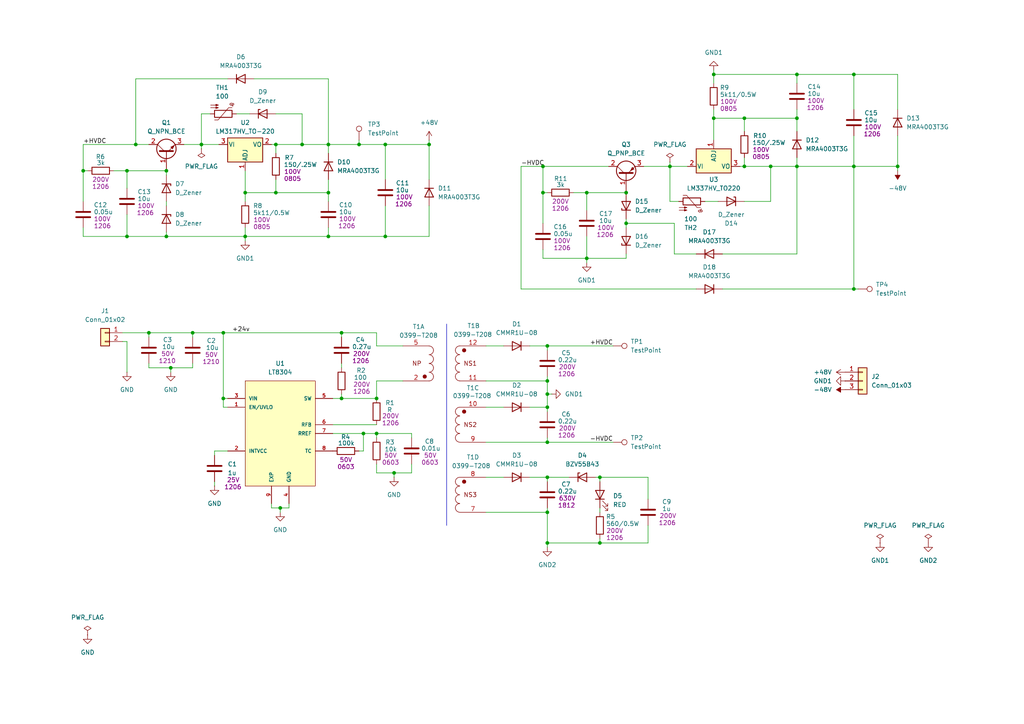
<source format=kicad_sch>
(kicad_sch (version 20231120) (generator "eeschema") (generator_version "8.0")
  (paper "A4")
  (lib_symbols
    (symbol "Connector:TestPoint" (pin_numbers hide) (pin_names (offset 0.762) hide)
      (property "Reference" "TP" (at 0 6.858 0))
      (property "Value" "TestPoint" (at 0 5.08 0))
      (symbol "TestPoint_0_1"
        (circle (center 0 3.302) (radius 0.762))
      )
      (symbol "TestPoint_1_1"
        (pin passive line (at 0 0 90) (length 2.54) (name "1") (number "1"))
      )
    )
    (symbol "Connector_Generic:Conn_01x02" (pin_names (offset 1.016) hide)
      (property "Reference" "J" (at 0 2.54 0))
      (property "Value" "Conn_01x02" (at 0 -5.08 0))
      (symbol "Conn_01x02_1_1"
        (rectangle (start -1.27 -2.413) (end 0 -2.667) (stroke (width 0.1524)))
        (rectangle (start -1.27 0.127) (end 0 -0.127) (stroke (width 0.1524)))
        (rectangle (start -1.27 1.27) (end 1.27 -3.81) (stroke (width 0.254)) (fill (type background)))
        (pin passive line (at -5.08 0 0) (length 3.81) (name "Pin_1") (number "1"))
        (pin passive line (at -5.08 -2.54 0) (length 3.81) (name "Pin_2") (number "2"))
      )
    )
    (symbol "Connector_Generic:Conn_01x03" (pin_names (offset 1.016) hide)
      (property "Reference" "J" (at 0 5.08 0))
      (property "Value" "Conn_01x03" (at 0 -5.08 0))
      (symbol "Conn_01x03_1_1"
        (rectangle (start -1.27 -2.413) (end 0 -2.667) (stroke (width 0.1524)))
        (rectangle (start -1.27 0.127) (end 0 -0.127) (stroke (width 0.1524)))
        (rectangle (start -1.27 2.667) (end 0 2.413) (stroke (width 0.1524)))
        (rectangle (start -1.27 3.81) (end 1.27 -3.81) (stroke (width 0.254)) (fill (type background)))
        (pin passive line (at -5.08 2.54 0) (length 3.81) (name "Pin_1") (number "1"))
        (pin passive line (at -5.08 0 0) (length 3.81) (name "Pin_2") (number "2"))
        (pin passive line (at -5.08 -2.54 0) (length 3.81) (name "Pin_3") (number "3"))
      )
    )
    (symbol "Device:C" (pin_numbers hide) (pin_names (offset 0.254))
      (property "Reference" "C" (at 0.635 2.54 0))
      (property "Value" "C" (at 0.635 -2.54 0))
      (symbol "C_0_1"
        (polyline (pts (xy -2.032 -0.762) (xy 2.032 -0.762)) (stroke (width 0.508)))
        (polyline (pts (xy -2.032 0.762) (xy 2.032 0.762)) (stroke (width 0.508)))
      )
      (symbol "C_1_1"
        (pin passive line (at 0 3.81 270) (length 2.794) (name "~") (number "1"))
        (pin passive line (at 0 -3.81 90) (length 2.794) (name "~") (number "2"))
      )
    )
    (symbol "Device:D" (pin_numbers hide) (pin_names (offset 1.016) hide)
      (property "Reference" "D" (at 0 2.54 0))
      (property "Value" "D" (at 0 -2.54 0))
      (symbol "D_0_1"
        (polyline (pts (xy -1.27 1.27) (xy -1.27 -1.27)) (stroke (width 0.254)))
        (polyline (pts (xy 1.27 0) (xy -1.27 0)))
        (polyline (pts (xy 1.27 1.27) (xy 1.27 -1.27) (xy -1.27 0) (xy 1.27 1.27)) (stroke (width 0.254)))
      )
      (symbol "D_1_1"
        (pin passive line (at -3.81 0 0) (length 2.54) (name "K") (number "1"))
        (pin passive line (at 3.81 0 180) (length 2.54) (name "A") (number "2"))
      )
    )
    (symbol "Device:D_Zener" (pin_numbers hide) (pin_names (offset 1.016) hide)
      (property "Reference" "D" (at 0 2.54 0))
      (property "Value" "D_Zener" (at 0 -2.54 0))
      (symbol "D_Zener_0_1"
        (polyline (pts (xy 1.27 0) (xy -1.27 0)))
        (polyline (pts (xy -1.27 -1.27) (xy -1.27 1.27) (xy -0.762 1.27)) (stroke (width 0.254)))
        (polyline (pts (xy 1.27 -1.27) (xy 1.27 1.27) (xy -1.27 0) (xy 1.27 -1.27)) (stroke (width 0.254)))
      )
      (symbol "D_Zener_1_1"
        (pin passive line (at -3.81 0 0) (length 2.54) (name "K") (number "1"))
        (pin passive line (at 3.81 0 180) (length 2.54) (name "A") (number "2"))
      )
    )
    (symbol "Device:LED" (pin_numbers hide) (pin_names (offset 1.016) hide)
      (property "Reference" "D" (at 0 2.54 0))
      (property "Value" "LED" (at 0 -2.54 0))
      (symbol "LED_0_1"
        (polyline (pts (xy -1.27 -1.27) (xy -1.27 1.27)) (stroke (width 0.254)))
        (polyline (pts (xy -1.27 0) (xy 1.27 0)))
        (polyline (pts (xy 1.27 -1.27) (xy 1.27 1.27) (xy -1.27 0) (xy 1.27 -1.27)) (stroke (width 0.254)))
        (polyline (pts (xy -3.048 -0.762) (xy -4.572 -2.286) (xy -3.81 -2.286) (xy -4.572 -2.286) (xy -4.572 -1.524)))
        (polyline (pts (xy -1.778 -0.762) (xy -3.302 -2.286) (xy -2.54 -2.286) (xy -3.302 -2.286) (xy -3.302 -1.524)))
      )
      (symbol "LED_1_1"
        (pin passive line (at -3.81 0 0) (length 2.54) (name "K") (number "1"))
        (pin passive line (at 3.81 0 180) (length 2.54) (name "A") (number "2"))
      )
    )
    (symbol "Device:Q_NPN_BCE" (pin_names (offset 0) hide)
      (property "Reference" "Q" (at 5.08 1.27 0))
      (property "Value" "Q_NPN_BCE" (at 5.08 -1.27 0))
      (symbol "Q_NPN_BCE_0_1"
        (polyline (pts (xy 0.635 0.635) (xy 2.54 2.54)))
        (polyline (pts (xy 0.635 -0.635) (xy 2.54 -2.54) (xy 2.54 -2.54)))
        (polyline (pts (xy 0.635 1.905) (xy 0.635 -1.905) (xy 0.635 -1.905)) (stroke (width 0.508)))
        (polyline (pts (xy 1.27 -1.778) (xy 1.778 -1.27) (xy 2.286 -2.286) (xy 1.27 -1.778) (xy 1.27 -1.778)) (fill (type outline)))
        (circle (center 1.27 0) (radius 2.8194) (stroke (width 0.254)))
      )
      (symbol "Q_NPN_BCE_1_1"
        (pin input line (at -5.08 0 0) (length 5.715) (name "B") (number "1"))
        (pin passive line (at 2.54 5.08 270) (length 2.54) (name "C") (number "2"))
        (pin passive line (at 2.54 -5.08 90) (length 2.54) (name "E") (number "3"))
      )
    )
    (symbol "Device:Q_PNP_BCE" (pin_names (offset 0) hide)
      (property "Reference" "Q" (at 5.08 1.27 0))
      (property "Value" "Q_PNP_BCE" (at 5.08 -1.27 0))
      (symbol "Q_PNP_BCE_0_1"
        (polyline (pts (xy 0.635 0.635) (xy 2.54 2.54)))
        (polyline (pts (xy 0.635 -0.635) (xy 2.54 -2.54) (xy 2.54 -2.54)))
        (polyline (pts (xy 0.635 1.905) (xy 0.635 -1.905) (xy 0.635 -1.905)) (stroke (width 0.508)))
        (polyline (pts (xy 2.286 -1.778) (xy 1.778 -2.286) (xy 1.27 -1.27) (xy 2.286 -1.778) (xy 2.286 -1.778)) (fill (type outline)))
        (circle (center 1.27 0) (radius 2.8194) (stroke (width 0.254)))
      )
      (symbol "Q_PNP_BCE_1_1"
        (pin input line (at -5.08 0 0) (length 5.715) (name "B") (number "1"))
        (pin passive line (at 2.54 5.08 270) (length 2.54) (name "C") (number "2"))
        (pin passive line (at 2.54 -5.08 90) (length 2.54) (name "E") (number "3"))
      )
    )
    (symbol "Device:R" (pin_numbers hide) (pin_names (offset 0))
      (property "Reference" "R" (at 2.032 0 90))
      (property "Value" "R" (at 0 0 90))
      (symbol "R_0_1"
        (rectangle (start -1.016 -2.54) (end 1.016 2.54) (stroke (width 0.254)))
      )
      (symbol "R_1_1"
        (pin passive line (at 0 3.81 270) (length 1.27) (name "~") (number "1"))
        (pin passive line (at 0 -3.81 90) (length 1.27) (name "~") (number "2"))
      )
    )
    (symbol "Device:Thermistor_PTC" (pin_numbers hide) (pin_names (offset 0))
      (property "Reference" "TH" (at -4.064 0 90))
      (property "Value" "Thermistor_PTC" (at 3.048 0 90))
      (symbol "Thermistor_PTC_0_1"
        (arc (start -3.048 2.159) (mid -3.0495 2.3143) (end -3.175 2.413))
        (arc (start -3.048 2.159) (mid -2.9736 1.9794) (end -2.794 1.905))
        (arc (start -3.048 2.794) (mid -2.9736 2.6144) (end -2.794 2.54))
        (arc (start -2.794 1.905) (mid -2.6144 1.9794) (end -2.54 2.159))
        (arc (start -2.794 2.54) (mid -2.4393 2.5587) (end -2.159 2.794))
        (arc (start -2.794 3.048) (mid -2.9736 2.9736) (end -3.048 2.794))
        (arc (start -2.54 2.794) (mid -2.6144 2.9736) (end -2.794 3.048))
        (rectangle (start -1.016 2.54) (end 1.016 -2.54) (stroke (width 0.254)))
        (polyline (pts (xy -2.54 2.159) (xy -2.54 2.794)))
        (polyline (pts (xy -1.778 2.54) (xy -1.778 1.524) (xy 1.778 -1.524) (xy 1.778 -2.54)))
        (polyline (pts (xy -2.54 -3.683) (xy -2.54 -1.397) (xy -2.794 -2.159) (xy -2.286 -2.159) (xy -2.54 -1.397) (xy -2.54 -1.651)) (fill (type outline)))
        (polyline (pts (xy -1.778 -3.683) (xy -1.778 -1.397) (xy -2.032 -2.159) (xy -1.524 -2.159) (xy -1.778 -1.397) (xy -1.778 -1.651)) (fill (type outline)))
      )
      (symbol "Thermistor_PTC_1_1"
        (pin passive line (at 0 3.81 270) (length 1.27) (name "~") (number "1"))
        (pin passive line (at 0 -3.81 90) (length 1.27) (name "~") (number "2"))
      )
    )
    (symbol "Diode:BZV55B43" (pin_numbers hide) (pin_names hide)
      (property "Reference" "D" (at 0 2.54 0))
      (property "Value" "BZV55B43" (at 0 -2.54 0))
      (symbol "BZV55B43_0_1"
        (polyline (pts (xy 1.27 0) (xy -1.27 0)))
        (polyline (pts (xy -1.27 -1.27) (xy -1.27 1.27) (xy -0.762 1.27)) (stroke (width 0.254)))
        (polyline (pts (xy 1.27 -1.27) (xy 1.27 1.27) (xy -1.27 0) (xy 1.27 -1.27)) (stroke (width 0.254)))
      )
      (symbol "BZV55B43_1_1"
        (pin passive line (at -3.81 0 0) (length 2.54) (name "K") (number "1"))
        (pin passive line (at 3.81 0 180) (length 2.54) (name "A") (number "2"))
      )
    )
    (symbol "FLYBACK_LT8304:0399-T208"
      (property "Reference" "T" (at 0 0 0))
      (property "Value" "0399-T208" (at 0 0 0))
      (symbol "0399-T208_0_1"
        (circle (center -1.27 3.81) (radius 0.508) (fill (type outline)))
        (arc (start 0 -5.0546) (mid 0.8839 -4.6863) (end 1.27 -3.81))
        (arc (start 0 -2.5146) (mid 0.8839 -2.1463) (end 1.27 -1.27))
        (arc (start 0 0.0254) (mid 0.8839 0.3937) (end 1.27 1.27))
        (arc (start 0 2.5654) (mid 0.8839 2.9337) (end 1.27 3.81))
        (arc (start 1.27 -3.81) (mid 0.898 -2.912) (end 0 -2.54))
        (arc (start 1.27 -1.27) (mid 0.898 -0.372) (end 0 0))
        (arc (start 1.27 1.27) (mid 0.898 2.168) (end 0 2.54))
        (arc (start 1.27 3.81) (mid 0.898 4.708) (end 0 5.08))
      )
      (symbol "0399-T208_1_1"
        (text "NP" (at -3.556 0 0) (effects (font (size 1.27 1.27))))
        (pin passive line (at -7.62 5.08 0) (length 7.62) (name "") (number "2"))
        (pin passive line (at -7.62 -5.08 0) (length 7.62) (name "") (number "5"))
      )
      (symbol "0399-T208_2_1"
        (text "NS1" (at -3.048 0 0) (effects (font (size 1.27 1.27))))
        (pin passive line (at -7.62 -5.08 0) (length 7.62) (name "") (number "11"))
        (pin passive line (at -7.62 5.08 0) (length 7.62) (name "") (number "12"))
      )
      (symbol "0399-T208_3_1"
        (text "NS2" (at -3.048 0 0) (effects (font (size 1.27 1.27))))
        (pin passive line (at -7.62 5.08 0) (length 7.62) (name "") (number "10"))
        (pin passive line (at -7.62 -5.08 0) (length 7.62) (name "") (number "9"))
      )
      (symbol "0399-T208_4_1"
        (text "NS3" (at -3.048 0 0) (effects (font (size 1.27 1.27))))
        (pin passive line (at -7.62 -5.08 0) (length 7.62) (name "") (number "7"))
        (pin passive line (at -7.62 5.08 0) (length 7.62) (name "") (number "8"))
      )
    )
    (symbol "FLYBACK_LT8304:LT8304" (pin_names (offset 1.016))
      (property "Reference" "U" (at -10.16 16.002 0))
      (property "Value" "LT8304" (at -4.318 16.002 0))
      (symbol "LT8304_0_0"
        (rectangle (start -10.16 15.24) (end 10.16 -15.24) (stroke (width 0.1524)) (fill (type background)))
        (pin input line (at -15.24 7.62 0) (length 5.08) (name "EN/UVLO") (number "1"))
        (pin output line (at -15.24 -5.08 0) (length 5.08) (name "INTVCC") (number "2"))
        (pin input line (at -15.24 10.16 0) (length 5.08) (name "VIN") (number "3"))
        (pin power_in line (at 2.54 -20.32 90) (length 5.08) (name "GND") (number "4"))
        (pin input line (at 15.24 10.16 180) (length 5.08) (name "SW") (number "5"))
        (pin input line (at 15.24 2.54 180) (length 5.08) (name "RFB") (number "6"))
        (pin input line (at 15.24 0 180) (length 5.08) (name "RREF") (number "7"))
        (pin passive line (at 15.24 -5.08 180) (length 5.08) (name "TC") (number "8"))
        (pin power_in line (at -2.54 -20.32 90) (length 5.08) (name "EXP") (number "9"))
      )
    )
    (symbol "Regulator_Linear:LM317_TO-220" (pin_names (offset 0.254))
      (property "Reference" "U" (at -3.81 3.175 0))
      (property "Value" "LM317_TO-220" (at 0 3.175 0))
      (symbol "LM317_TO-220_0_1"
        (rectangle (start -5.08 1.905) (end 5.08 -5.08) (stroke (width 0.254)) (fill (type background)))
      )
      (symbol "LM317_TO-220_1_1"
        (pin input line (at 0 -7.62 90) (length 2.54) (name "ADJ") (number "1"))
        (pin power_out line (at 7.62 0 180) (length 2.54) (name "VO") (number "2"))
        (pin power_in line (at -7.62 0 0) (length 2.54) (name "VI") (number "3"))
      )
    )
    (symbol "Regulator_Linear:LM337_TO220" (pin_names (offset 0.254))
      (property "Reference" "U" (at -3.81 -3.175 0))
      (property "Value" "LM337_TO220" (at 0 -3.175 0))
      (symbol "LM337_TO220_0_1"
        (rectangle (start -5.08 5.08) (end 5.08 -1.905) (stroke (width 0.254)) (fill (type background)))
      )
      (symbol "LM337_TO220_1_1"
        (pin input line (at 0 7.62 270) (length 2.54) (name "ADJ") (number "1"))
        (pin power_in line (at -7.62 0 0) (length 2.54) (name "VI") (number "2"))
        (pin power_out line (at 7.62 0 180) (length 2.54) (name "VO") (number "3"))
      )
    )
    (symbol "power:+48V" (power) (pin_numbers hide) (pin_names (offset 0) hide)
      (property "Value" "+48V" (at 0 3.556 0))
      (symbol "+48V_0_1"
        (polyline (pts (xy -0.762 1.27) (xy 0 2.54)))
        (polyline (pts (xy 0 0) (xy 0 2.54)))
        (polyline (pts (xy 0 2.54) (xy 0.762 1.27)))
      )
      (symbol "+48V_1_1"
        (pin power_in line (at 0 0 90) (length 0) (name "~") (number "1"))
      )
    )
    (symbol "power:-48V" (power) (pin_numbers hide) (pin_names (offset 0) hide)
      (property "Value" "-48V" (at 0 3.556 0))
      (symbol "-48V_0_0"
        (pin power_in line (at 0 0 90) (length 0) (name "~") (number "1"))
      )
      (symbol "-48V_0_1"
        (polyline (pts (xy 0 0) (xy 0 1.27) (xy 0.762 1.27) (xy 0 2.54) (xy -0.762 1.27) (xy 0 1.27)) (fill (type outline)))
      )
    )
    (symbol "power:GND" (power) (pin_numbers hide) (pin_names (offset 0) hide)
      (property "Value" "GND" (at 0 -3.81 0))
      (symbol "GND_0_1"
        (polyline (pts (xy 0 0) (xy 0 -1.27) (xy 1.27 -1.27) (xy 0 -2.54) (xy -1.27 -1.27) (xy 0 -1.27)))
      )
      (symbol "GND_1_1"
        (pin power_in line (at 0 0 270) (length 0) (name "~") (number "1"))
      )
    )
    (symbol "power:GND1" (power) (pin_numbers hide) (pin_names (offset 0) hide)
      (property "Value" "GND1" (at 0 -3.81 0))
      (symbol "GND1_0_1"
        (polyline (pts (xy 0 0) (xy 0 -1.27) (xy 1.27 -1.27) (xy 0 -2.54) (xy -1.27 -1.27) (xy 0 -1.27)))
      )
      (symbol "GND1_1_1"
        (pin power_in line (at 0 0 270) (length 0) (name "~") (number "1"))
      )
    )
    (symbol "power:GND2" (power) (pin_numbers hide) (pin_names (offset 0) hide)
      (property "Value" "GND2" (at 0 -3.81 0))
      (symbol "GND2_0_1"
        (polyline (pts (xy 0 0) (xy 0 -1.27) (xy 1.27 -1.27) (xy 0 -2.54) (xy -1.27 -1.27) (xy 0 -1.27)))
      )
      (symbol "GND2_1_1"
        (pin power_in line (at 0 0 270) (length 0) (name "~") (number "1"))
      )
    )
    (symbol "power:PWR_FLAG" (power) (pin_numbers hide) (pin_names (offset 0) hide)
      (property "Value" "PWR_FLAG" (at 0 3.81 0))
      (symbol "PWR_FLAG_0_0"
        (pin power_out line (at 0 0 90) (length 0) (name "~") (number "1"))
      )
      (symbol "PWR_FLAG_0_1"
        (polyline (pts (xy 0 0) (xy 0 1.27) (xy -1.016 1.905) (xy 0 2.54) (xy 1.016 1.905) (xy 0 1.27)))
      )
    )
  )
  (junction (at 36.83 68.58))
  (junction (at 109.22 125.73))
  (junction (at 99.06 115.57))
  (junction (at 173.99 157.48))
  (junction (at 170.18 55.88))
  (junction (at 157.48 48.26))
  (junction (at 36.83 49.53))
  (junction (at 247.65 48.26))
  (junction (at 49.53 106.68))
  (junction (at 260.35 48.26))
  (junction (at 215.9 48.26))
  (junction (at 24.13 49.53))
  (junction (at 223.52 48.26))
  (junction (at 71.12 68.58))
  (junction (at 170.18 74.93))
  (junction (at 158.75 157.48))
  (junction (at 157.48 55.88))
  (junction (at 80.01 41.91))
  (junction (at 43.18 96.52))
  (junction (at 48.26 49.53))
  (junction (at 247.65 83.82))
  (junction (at 87.63 41.91))
  (junction (at 55.88 96.52))
  (junction (at 231.14 48.26))
  (junction (at 111.76 68.58))
  (junction (at 64.77 115.57))
  (junction (at 181.61 55.88))
  (junction (at 173.99 138.43))
  (junction (at 231.14 21.59))
  (junction (at 158.75 148.59))
  (junction (at 158.75 110.49))
  (junction (at 247.65 21.59))
  (junction (at 231.14 34.29))
  (junction (at 64.77 96.52))
  (junction (at 215.9 34.29))
  (junction (at 158.75 118.11))
  (junction (at 81.28 147.32))
  (junction (at 181.61 64.77))
  (junction (at 114.3 137.16))
  (junction (at 194.31 48.26))
  (junction (at 95.25 41.91))
  (junction (at 48.26 68.58))
  (junction (at 158.75 100.33))
  (junction (at 207.01 21.59))
  (junction (at 95.25 55.88))
  (junction (at 71.12 55.88))
  (junction (at 95.25 68.58))
  (junction (at 158.75 128.27))
  (junction (at 158.75 138.43))
  (junction (at 99.06 96.52))
  (junction (at 105.41 125.73))
  (junction (at 104.14 41.91))
  (junction (at 39.37 41.91))
  (junction (at 207.01 34.29))
  (junction (at 109.22 115.57))
  (junction (at 80.01 55.88))
  (junction (at 111.76 41.91))
  (junction (at 58.42 41.91))
  (junction (at 124.46 41.91))
  (junction (at 158.75 114.3))
  (wire (pts (xy 207.01 34.29) (xy 207.01 40.64)))
  (wire (pts (xy 48.26 59.69) (xy 48.26 58.42)))
  (wire (pts (xy 33.02 49.53) (xy 36.83 49.53)))
  (wire (pts (xy 99.06 105.41) (xy 99.06 106.68)))
  (wire (pts (xy 109.22 100.33) (xy 109.22 96.52)))
  (wire (pts (xy 247.65 21.59) (xy 260.35 21.59)))
  (wire (pts (xy 201.93 83.82) (xy 151.13 83.82)))
  (wire (pts (xy 58.42 41.91) (xy 63.5 41.91)))
  (wire (pts (xy 55.88 105.41) (xy 55.88 106.68)))
  (wire (pts (xy 99.06 114.3) (xy 99.06 115.57)))
  (wire (pts (xy 153.67 100.33) (xy 158.75 100.33)))
  (wire (pts (xy 157.48 55.88) (xy 157.48 64.77)))
  (wire (pts (xy 247.65 48.26) (xy 260.35 48.26)))
  (wire (pts (xy 95.25 52.07) (xy 95.25 55.88)))
  (wire (pts (xy 71.12 55.88) (xy 71.12 49.53)))
  (wire (pts (xy 195.58 64.77) (xy 195.58 73.66)))
  (wire (pts (xy 170.18 74.93) (xy 170.18 76.2)))
  (wire (pts (xy 207.01 21.59) (xy 231.14 21.59)))
  (wire (pts (xy 173.99 147.32) (xy 173.99 148.59)))
  (wire (pts (xy 36.83 49.53) (xy 48.26 49.53)))
  (wire (pts (xy 173.99 138.43) (xy 187.96 138.43)))
  (wire (pts (xy 39.37 41.91) (xy 43.18 41.91)))
  (wire (pts (xy 158.75 110.49) (xy 158.75 114.3)))
  (wire (pts (xy 43.18 96.52) (xy 55.88 96.52)))
  (wire (pts (xy 158.75 114.3) (xy 160.02 114.3)))
  (wire (pts (xy 247.65 21.59) (xy 247.65 31.75)))
  (wire (pts (xy 247.65 83.82) (xy 247.65 48.26)))
  (wire (pts (xy 66.04 118.11) (xy 64.77 118.11)))
  (wire (pts (xy 71.12 55.88) (xy 71.12 58.42)))
  (wire (pts (xy 49.53 106.68) (xy 49.53 107.95)))
  (wire (pts (xy 172.72 138.43) (xy 173.99 138.43)))
  (wire (pts (xy 207.01 24.13) (xy 207.01 21.59)))
  (wire (pts (xy 209.55 83.82) (xy 247.65 83.82)))
  (wire (pts (xy 260.35 31.75) (xy 260.35 21.59)))
  (wire (pts (xy 80.01 33.02) (xy 87.63 33.02)))
  (wire (pts (xy 166.37 55.88) (xy 170.18 55.88)))
  (wire (pts (xy 119.38 134.62) (xy 119.38 137.16)))
  (wire (pts (xy 55.88 106.68) (xy 49.53 106.68)))
  (wire (pts (xy 207.01 34.29) (xy 207.01 31.75)))
  (wire (pts (xy 158.75 147.32) (xy 158.75 148.59)))
  (wire (pts (xy 80.01 41.91) (xy 87.63 41.91)))
  (wire (pts (xy 43.18 96.52) (xy 43.18 97.79)))
  (wire (pts (xy 43.18 106.68) (xy 43.18 105.41)))
  (wire (pts (xy 62.23 132.08) (xy 62.23 130.81)))
  (wire (pts (xy 111.76 52.07) (xy 111.76 41.91)))
  (wire (pts (xy 105.41 130.81) (xy 105.41 125.73)))
  (wire (pts (xy 114.3 137.16) (xy 119.38 137.16)))
  (polyline (pts (xy 129.54 93.98) (xy 129.54 152.4)))
  (wire (pts (xy 231.14 38.1) (xy 231.14 34.29)))
  (wire (pts (xy 140.97 138.43) (xy 146.05 138.43)))
  (wire (pts (xy 215.9 48.26) (xy 223.52 48.26)))
  (wire (pts (xy 66.04 22.86) (xy 39.37 22.86)))
  (wire (pts (xy 223.52 48.26) (xy 223.52 58.42)))
  (wire (pts (xy 64.77 115.57) (xy 66.04 115.57)))
  (wire (pts (xy 247.65 83.82) (xy 248.92 83.82)))
  (wire (pts (xy 153.67 138.43) (xy 158.75 138.43)))
  (wire (pts (xy 231.14 48.26) (xy 247.65 48.26)))
  (wire (pts (xy 186.69 48.26) (xy 194.31 48.26)))
  (wire (pts (xy 64.77 96.52) (xy 64.77 115.57)))
  (wire (pts (xy 58.42 41.91) (xy 58.42 43.18)))
  (wire (pts (xy 124.46 52.07) (xy 124.46 41.91)))
  (wire (pts (xy 111.76 68.58) (xy 111.76 59.69)))
  (wire (pts (xy 195.58 73.66) (xy 201.93 73.66)))
  (wire (pts (xy 157.48 55.88) (xy 158.75 55.88)))
  (wire (pts (xy 214.63 48.26) (xy 215.9 48.26)))
  (wire (pts (xy 64.77 118.11) (xy 64.77 115.57)))
  (wire (pts (xy 55.88 96.52) (xy 64.77 96.52)))
  (wire (pts (xy 231.14 34.29) (xy 231.14 31.75)))
  (wire (pts (xy 170.18 55.88) (xy 170.18 60.96)))
  (wire (pts (xy 53.34 41.91) (xy 58.42 41.91)))
  (wire (pts (xy 158.75 138.43) (xy 158.75 139.7)))
  (wire (pts (xy 140.97 110.49) (xy 158.75 110.49)))
  (wire (pts (xy 157.48 72.39) (xy 157.48 74.93)))
  (wire (pts (xy 95.25 68.58) (xy 95.25 66.04)))
  (wire (pts (xy 181.61 64.77) (xy 181.61 63.5)))
  (wire (pts (xy 158.75 100.33) (xy 177.8 100.33)))
  (wire (pts (xy 158.75 128.27) (xy 177.8 128.27)))
  (wire (pts (xy 64.77 96.52) (xy 99.06 96.52)))
  (wire (pts (xy 187.96 152.4) (xy 187.96 157.48)))
  (wire (pts (xy 104.14 41.91) (xy 95.25 41.91)))
  (wire (pts (xy 215.9 38.1) (xy 215.9 34.29)))
  (wire (pts (xy 62.23 139.7) (xy 62.23 140.97)))
  (wire (pts (xy 24.13 49.53) (xy 24.13 58.42)))
  (wire (pts (xy 124.46 68.58) (xy 124.46 59.69)))
  (wire (pts (xy 109.22 134.62) (xy 109.22 137.16)))
  (wire (pts (xy 36.83 62.23) (xy 36.83 68.58)))
  (wire (pts (xy 96.52 115.57) (xy 99.06 115.57)))
  (wire (pts (xy 80.01 55.88) (xy 71.12 55.88)))
  (wire (pts (xy 231.14 48.26) (xy 231.14 45.72)))
  (wire (pts (xy 158.75 114.3) (xy 158.75 118.11)))
  (wire (pts (xy 207.01 21.59) (xy 207.01 20.32)))
  (wire (pts (xy 24.13 49.53) (xy 24.13 41.91)))
  (wire (pts (xy 170.18 55.88) (xy 181.61 55.88)))
  (wire (pts (xy 111.76 41.91) (xy 104.14 41.91)))
  (wire (pts (xy 58.42 33.02) (xy 58.42 41.91)))
  (wire (pts (xy 157.48 74.93) (xy 170.18 74.93)))
  (wire (pts (xy 231.14 73.66) (xy 231.14 48.26)))
  (wire (pts (xy 36.83 99.06) (xy 36.83 107.95)))
  (wire (pts (xy 39.37 22.86) (xy 39.37 41.91)))
  (wire (pts (xy 157.48 55.88) (xy 157.48 48.26)))
  (wire (pts (xy 96.52 125.73) (xy 105.41 125.73)))
  (wire (pts (xy 78.74 146.05) (xy 78.74 147.32)))
  (wire (pts (xy 153.67 118.11) (xy 158.75 118.11)))
  (wire (pts (xy 140.97 100.33) (xy 146.05 100.33)))
  (wire (pts (xy 87.63 33.02) (xy 87.63 41.91)))
  (wire (pts (xy 124.46 40.64) (xy 124.46 41.91)))
  (wire (pts (xy 151.13 48.26) (xy 157.48 48.26)))
  (wire (pts (xy 247.65 39.37) (xy 247.65 48.26)))
  (wire (pts (xy 104.14 40.64) (xy 104.14 41.91)))
  (wire (pts (xy 170.18 68.58) (xy 170.18 74.93)))
  (wire (pts (xy 196.85 58.42) (xy 194.31 58.42)))
  (wire (pts (xy 71.12 68.58) (xy 48.26 68.58)))
  (wire (pts (xy 116.84 100.33) (xy 109.22 100.33)))
  (wire (pts (xy 204.47 58.42) (xy 208.28 58.42)))
  (wire (pts (xy 181.61 74.93) (xy 181.61 73.66)))
  (wire (pts (xy 158.75 127) (xy 158.75 128.27)))
  (wire (pts (xy 151.13 83.82) (xy 151.13 48.26)))
  (wire (pts (xy 260.35 48.26) (xy 260.35 39.37)))
  (wire (pts (xy 24.13 68.58) (xy 36.83 68.58)))
  (wire (pts (xy 231.14 21.59) (xy 231.14 24.13)))
  (wire (pts (xy 96.52 123.19) (xy 109.22 123.19)))
  (wire (pts (xy 187.96 157.48) (xy 173.99 157.48)))
  (wire (pts (xy 215.9 58.42) (xy 223.52 58.42)))
  (wire (pts (xy 99.06 96.52) (xy 109.22 96.52)))
  (wire (pts (xy 78.74 147.32) (xy 81.28 147.32)))
  (wire (pts (xy 81.28 147.32) (xy 81.28 148.59)))
  (wire (pts (xy 215.9 34.29) (xy 207.01 34.29)))
  (wire (pts (xy 24.13 41.91) (xy 39.37 41.91)))
  (wire (pts (xy 80.01 52.07) (xy 80.01 55.88)))
  (wire (pts (xy 95.25 68.58) (xy 111.76 68.58)))
  (wire (pts (xy 124.46 41.91) (xy 111.76 41.91)))
  (wire (pts (xy 209.55 73.66) (xy 231.14 73.66)))
  (wire (pts (xy 87.63 41.91) (xy 95.25 41.91)))
  (wire (pts (xy 215.9 45.72) (xy 215.9 48.26)))
  (wire (pts (xy 80.01 55.88) (xy 95.25 55.88)))
  (wire (pts (xy 68.58 33.02) (xy 72.39 33.02)))
  (wire (pts (xy 140.97 148.59) (xy 158.75 148.59)))
  (wire (pts (xy 48.26 50.8) (xy 48.26 49.53)))
  (wire (pts (xy 119.38 127) (xy 119.38 125.73)))
  (wire (pts (xy 62.23 130.81) (xy 66.04 130.81)))
  (wire (pts (xy 55.88 96.52) (xy 55.88 97.79)))
  (wire (pts (xy 170.18 74.93) (xy 181.61 74.93)))
  (wire (pts (xy 181.61 64.77) (xy 195.58 64.77)))
  (wire (pts (xy 48.26 68.58) (xy 48.26 67.31)))
  (wire (pts (xy 157.48 48.26) (xy 176.53 48.26)))
  (wire (pts (xy 105.41 125.73) (xy 109.22 125.73)))
  (wire (pts (xy 109.22 125.73) (xy 109.22 127)))
  (wire (pts (xy 109.22 137.16) (xy 114.3 137.16)))
  (wire (pts (xy 71.12 66.04) (xy 71.12 68.58)))
  (wire (pts (xy 73.66 22.86) (xy 95.25 22.86)))
  (wire (pts (xy 24.13 66.04) (xy 24.13 68.58)))
  (wire (pts (xy 223.52 48.26) (xy 231.14 48.26)))
  (wire (pts (xy 95.25 22.86) (xy 95.25 41.91)))
  (wire (pts (xy 80.01 41.91) (xy 80.01 44.45)))
  (wire (pts (xy 158.75 138.43) (xy 165.1 138.43)))
  (wire (pts (xy 78.74 41.91) (xy 80.01 41.91)))
  (wire (pts (xy 158.75 109.22) (xy 158.75 110.49)))
  (wire (pts (xy 181.61 66.04) (xy 181.61 64.77)))
  (wire (pts (xy 60.96 33.02) (xy 58.42 33.02)))
  (wire (pts (xy 140.97 128.27) (xy 158.75 128.27)))
  (wire (pts (xy 95.25 44.45) (xy 95.25 41.91)))
  (wire (pts (xy 111.76 68.58) (xy 124.46 68.58)))
  (wire (pts (xy 114.3 137.16) (xy 114.3 138.43)))
  (wire (pts (xy 231.14 21.59) (xy 247.65 21.59)))
  (wire (pts (xy 99.06 96.52) (xy 99.06 97.79)))
  (wire (pts (xy 194.31 48.26) (xy 194.31 58.42)))
  (wire (pts (xy 187.96 138.43) (xy 187.96 144.78)))
  (wire (pts (xy 109.22 110.49) (xy 116.84 110.49)))
  (wire (pts (xy 81.28 147.32) (xy 83.82 147.32)))
  (wire (pts (xy 36.83 68.58) (xy 48.26 68.58)))
  (wire (pts (xy 104.14 130.81) (xy 105.41 130.81)))
  (wire (pts (xy 95.25 55.88) (xy 95.25 58.42)))
  (wire (pts (xy 83.82 146.05) (xy 83.82 147.32)))
  (wire (pts (xy 158.75 157.48) (xy 173.99 157.48)))
  (wire (pts (xy 173.99 156.21) (xy 173.99 157.48)))
  (wire (pts (xy 215.9 34.29) (xy 231.14 34.29)))
  (wire (pts (xy 158.75 118.11) (xy 158.75 119.38)))
  (wire (pts (xy 260.35 48.26) (xy 260.35 49.53)))
  (wire (pts (xy 99.06 115.57) (xy 109.22 115.57)))
  (wire (pts (xy 158.75 100.33) (xy 158.75 101.6)))
  (wire (pts (xy 36.83 49.53) (xy 36.83 54.61)))
  (wire (pts (xy 194.31 46.99) (xy 194.31 48.26)))
  (wire (pts (xy 158.75 157.48) (xy 158.75 158.75)))
  (wire (pts (xy 194.31 48.26) (xy 199.39 48.26)))
  (wire (pts (xy 158.75 148.59) (xy 158.75 157.48)))
  (wire (pts (xy 140.97 118.11) (xy 146.05 118.11)))
  (wire (pts (xy 49.53 106.68) (xy 43.18 106.68)))
  (wire (pts (xy 36.83 99.06) (xy 35.56 99.06)))
  (wire (pts (xy 71.12 68.58) (xy 95.25 68.58)))
  (wire (pts (xy 24.13 49.53) (xy 25.4 49.53)))
  (wire (pts (xy 35.56 96.52) (xy 43.18 96.52)))
  (wire (pts (xy 71.12 68.58) (xy 71.12 69.85)))
  (wire (pts (xy 173.99 139.7) (xy 173.99 138.43)))
  (wire (pts (xy 109.22 110.49) (xy 109.22 115.57)))
  (wire (pts (xy 119.38 125.73) (xy 109.22 125.73)))
  (label "-HVDC" (at 151.13 48.26 0))
  (label "+HVDC" (at 177.8 100.33 180))
  (label "+24v" (at 67.31 96.52 0))
  (label "-HVDC" (at 177.8 128.27 180))
  (label "+HVDC" (at 24.13 41.91 0))
  (symbol (lib_id "power:GND") (at 81.28 148.59 0) (unit 1)
    (property "Reference" "#PWR02" (effects (hide yes)))
    (property "Value" "GND" (at 81.28 153.67 0))
    (property "Description" "Power symbol creates a global label with name \"GND\" , ground" (effects (hide yes)))
  )
  (symbol (lib_id "Regulator_Linear:LM337_TO220") (at 207.01 48.26 0) (unit 1)
    (property "Reference" "U3" (at 207.01 52.07 0))
    (property "Value" "LM337HV_TO220" (at 207.01 54.61 0))
    (property "Footprint" "Package_TO_SOT_THT:TO-220-3_Vertical" (effects (hide yes)))
    (property "Datasheet" "http://www.ti.com/lit/ds/symlink/lm337-n.pdf" (effects (hide yes)))
    (property "Description" "Negative 1.5A 35V Adjustable Linear Regulator, TO-220" (effects (hide yes)))
  )
  (symbol (lib_id "Diode:BZV55B43") (at 168.91 138.43 0) (unit 1)
    (property "Reference" "D4" (at 168.91 132.08 0))
    (property "Value" "BZV55B43" (at 168.91 134.62 0))
    (property "Footprint" "Diode_SMD:D_MiniMELF" (effects (hide yes)))
    (property "Datasheet" "https://assets.nexperia.com/documents/data-sheet/BZV55_SER.pdf" (effects (hide yes)))
    (property "Description" "43V, 500mW, 2%, Zener diode, MiniMELF" (effects (hide yes)))
  )
  (symbol (lib_id "power:GND2") (at 269.24 157.48 0) (unit 1)
    (property "Reference" "#PWR018" (effects (hide yes)))
    (property "Value" "GND2" (at 269.24 162.56 0))
    (property "Description" "Power symbol creates a global label with name \"GND2\" , ground" (effects (hide yes)))
  )
  (symbol (lib_id "Device:C") (at 158.75 123.19 0) (unit 1)
    (property "Reference" "C6" (at 162.814 120.142 0) (effects (justify left)))
    (property "Value" "0.22u" (at 161.798 122.174 0) (effects (justify left)))
    (property "Description" "Unpolarized capacitor" (effects (hide yes)))
    (property "Voltage" "200V" (at 162.052 124.206 0) (effects (justify left)))
    (property "Package" "1206" (at 161.798 126.238 0) (effects (justify left)))
  )
  (symbol (lib_id "Device:R") (at 80.01 48.26 0) (unit 1)
    (property "Reference" "R7" (at 82.55 45.72 0) (effects (justify left)))
    (property "Value" "150/.25W" (at 82.296 47.752 0) (effects (justify left)))
    (property "Description" "Resistor" (effects (hide yes)))
    (property "Voltage" "100V" (at 84.836 49.784 0))
    (property "Package" "0805" (at 84.836 51.816 0))
  )
  (symbol (lib_id "Device:R") (at 99.06 110.49 0) (unit 1)
    (property "Reference" "R2" (at 103.378 107.4419 0) (effects (justify left)))
    (property "Value" "100" (at 102.616 109.4739 0) (effects (justify left)))
    (property "Description" "Resistor" (effects (hide yes)))
    (property "Voltage" "200V" (at 104.902 111.506 0))
    (property "Package" "1206" (at 104.902 113.538 0))
  )
  (symbol (lib_id "Device:D") (at 124.46 55.88 270) (unit 1)
    (property "Reference" "D11" (at 127 54.6099 90) (effects (justify left)))
    (property "Value" "MRA4003T3G" (at 127 57.1499 90) (effects (justify left)))
    (property "Description" "Diode" (effects (hide yes)))
    (property "Sim.Device" "D" (effects (hide yes)))
    (property "Sim.Pins" "1=K 2=A" (effects (hide yes)))
  )
  (symbol (lib_id "Device:D") (at 149.86 138.43 180) (unit 1)
    (property "Reference" "D3" (at 149.86 132.08 0))
    (property "Value" "CMMR1U-08" (at 149.86 134.62 0))
    (property "Description" "Diode" (effects (hide yes)))
    (property "Sim.Device" "D" (effects (hide yes)))
    (property "Sim.Pins" "1=K 2=A" (effects (hide yes)))
  )
  (symbol (lib_id "power:PWR_FLAG") (at 255.27 157.48 0) (unit 1)
    (property "Reference" "#FLG02" (effects (hide yes)))
    (property "Value" "PWR_FLAG" (at 255.27 152.4 0))
    (property "Description" "Special symbol for telling ERC where power comes from" (effects (hide yes)))
  )
  (symbol (lib_id "FLYBACK_LT8304:0399-T208") (at 133.35 105.41 0) (mirror y) (unit 2)
    (property "Reference" "T1" (at 139.192 94.488 0) (effects (justify left)))
    (property "Value" "0399-T208" (at 142.748 97.028 0) (effects (justify left)))
    (property "Datasheet" "https://products.sumida.com/products/pdf/CEFD2010(0399-T208)_Ver1.0_E.pdf" (effects (hide yes)))
    (property "Description" "Flyback Transformer for LT8304-1" (effects (hide yes)))
  )
  (symbol (lib_id "Device:R") (at 100.33 130.81 90) (unit 1)
    (property "Reference" "R4" (at 101.6 126.746 90) (effects (justify left)))
    (property "Value" "100k" (at 102.87 128.524 90) (effects (justify left)))
    (property "Description" "Resistor" (effects (hide yes)))
    (property "Voltage" "50V" (at 100.33 133.35 90))
    (property "Package" "0603" (at 100.33 135.382 90))
  )
  (symbol (lib_id "power:+48V") (at 245.11 107.95 90) (unit 1)
    (property "Reference" "#PWR012" (effects (hide yes)))
    (property "Value" "+48V" (at 241.3 107.9499 90) (effects (justify left)))
    (property "Description" "Power symbol creates a global label with name \"+48V\"" (effects (hide yes)))
  )
  (symbol (lib_id "Device:C") (at 231.14 27.94 0) (unit 1)
    (property "Reference" "C14" (at 234.188 25.146 0) (effects (justify left)))
    (property "Value" "10u" (at 234.188 27.178 0) (effects (justify left)))
    (property "Description" "Unpolarized capacitor" (effects (hide yes)))
    (property "Voltage" "100V" (at 234.188 29.21 0) (effects (justify left)))
    (property "Package" "1206" (at 233.934 31.242 0) (effects (justify left)))
  )
  (symbol (lib_id "Connector:TestPoint") (at 248.92 83.82 270) (unit 1)
    (property "Reference" "TP4" (at 254 82.5499 90) (effects (justify left)))
    (property "Value" "TestPoint" (at 254 85.0899 90) (effects (justify left)))
    (property "Description" "test point" (effects (hide yes)))
  )
  (symbol (lib_id "Device:Q_NPN_BCE") (at 48.26 44.45 90) (unit 1)
    (property "Reference" "Q1" (at 48.26 35.56 90))
    (property "Value" "Q_NPN_BCE" (at 48.26 38.1 90))
    (property "Description" "NPN transistor, base/collector/emitter" (effects (hide yes)))
  )
  (symbol (lib_id "power:GND1") (at 207.01 20.32 0) (mirror x) (unit 1)
    (property "Reference" "#PWR09" (effects (hide yes)))
    (property "Value" "GND1" (at 207.01 15.24 0))
    (property "Description" "Power symbol creates a global label with name \"GND1\" , ground" (effects (hide yes)))
  )
  (symbol (lib_id "Device:D_Zener") (at 181.61 59.69 90) (unit 1)
    (property "Reference" "D15" (at 184.15 58.4199 90) (effects (justify right)))
    (property "Value" "D_Zener" (at 184.15 60.9599 90) (effects (justify right)))
    (property "Description" "Zener diode" (effects (hide yes)))
  )
  (symbol (lib_id "Device:D") (at 205.74 73.66 0) (unit 1)
    (property "Reference" "D17" (at 205.74 67.31 0))
    (property "Value" "MRA4003T3G" (at 205.74 69.85 0))
    (property "Description" "Diode" (effects (hide yes)))
    (property "Sim.Device" "D" (effects (hide yes)))
    (property "Sim.Pins" "1=K 2=A" (effects (hide yes)))
  )
  (symbol (lib_id "Connector:TestPoint") (at 177.8 128.27 270) (unit 1)
    (property "Reference" "TP2" (at 182.88 126.9999 90) (effects (justify left)))
    (property "Value" "TestPoint" (at 182.88 129.5399 90) (effects (justify left)))
    (property "Description" "test point" (effects (hide yes)))
  )
  (symbol (lib_id "power:GND1") (at 71.12 69.85 0) (unit 1)
    (property "Reference" "#PWR08" (effects (hide yes)))
    (property "Value" "GND1" (at 71.12 74.93 0))
    (property "Description" "Power symbol creates a global label with name \"GND1\" , ground" (effects (hide yes)))
  )
  (symbol (lib_id "Device:C") (at 111.76 55.88 0) (unit 1)
    (property "Reference" "C11" (at 114.808 53.086 0) (effects (justify left)))
    (property "Value" "10u" (at 114.808 55.118 0) (effects (justify left)))
    (property "Description" "Unpolarized capacitor" (effects (hide yes)))
    (property "Voltage" "100V" (at 114.808 57.15 0) (effects (justify left)))
    (property "Package" "1206" (at 114.554 59.182 0) (effects (justify left)))
  )
  (symbol (lib_id "Device:D") (at 149.86 100.33 180) (unit 1)
    (property "Reference" "D1" (at 149.86 93.98 0))
    (property "Value" "CMMR1U-08" (at 149.86 96.52 0))
    (property "Description" "Diode" (effects (hide yes)))
    (property "Sim.Device" "D" (effects (hide yes)))
    (property "Sim.Pins" "1=K 2=A" (effects (hide yes)))
  )
  (symbol (lib_id "Device:C") (at 62.23 135.89 0) (unit 1)
    (property "Reference" "C1" (at 66.04 134.6199 0) (effects (justify left)))
    (property "Value" "1u" (at 66.04 137.1599 0) (effects (justify left)))
    (property "Description" "Unpolarized capacitor" (effects (hide yes)))
    (property "Voltage" "25V" (at 65.786 139.192 0) (effects (justify left)))
    (property "Package" "1206" (at 65.024 141.224 0) (effects (justify left)))
  )
  (symbol (lib_id "Device:Q_PNP_BCE") (at 181.61 50.8 90) (unit 1)
    (property "Reference" "Q3" (at 181.61 41.91 90))
    (property "Value" "Q_PNP_BCE" (at 181.61 44.45 90))
    (property "Description" "PNP transistor, base/collector/emitter" (effects (hide yes)))
  )
  (symbol (lib_id "Device:D_Zener") (at 48.26 54.61 270) (unit 1)
    (property "Reference" "D7" (at 50.8 53.3399 90) (effects (justify left)))
    (property "Value" "D_Zener" (at 50.8 55.8799 90) (effects (justify left)))
    (property "Description" "Zener diode" (effects (hide yes)))
  )
  (symbol (lib_id "power:GND") (at 36.83 107.95 0) (unit 1)
    (property "Reference" "#PWR04" (effects (hide yes)))
    (property "Value" "GND" (at 36.83 113.03 0))
    (property "Description" "Power symbol creates a global label with name \"GND\" , ground" (effects (hide yes)))
  )
  (symbol (lib_id "Device:R") (at 71.12 62.23 0) (unit 1)
    (property "Reference" "R8" (at 73.406 59.69 0) (effects (justify left)))
    (property "Value" "5k11/0.5W" (at 73.406 61.722 0) (effects (justify left)))
    (property "Description" "Resistor" (effects (hide yes)))
    (property "Voltage" "100V" (at 75.946 63.754 0))
    (property "Package" "0805" (at 75.946 65.786 0))
  )
  (symbol (lib_id "Device:Thermistor_PTC") (at 200.66 58.42 270) (mirror x) (unit 1)
    (property "Reference" "TH2" (at 200.3425 66.04 90))
    (property "Value" "100" (at 200.3425 63.5 90))
    (property "Description" "Temperature dependent resistor, positive temperature coefficient" (effects (hide yes)))
  )
  (symbol (lib_id "FLYBACK_LT8304:LT8304") (at 81.28 125.73 0) (unit 1)
    (property "Reference" "U1" (at 81.28 105.41 0))
    (property "Value" "LT8304" (at 81.28 107.95 0))
    (property "Footprint" "Package_SO:SOIC-8-1EP_3.9x4.9mm_P1.27mm_EP2.29x3mm_ThermalVias" (effects (hide yes)))
    (property "Datasheet" "https://www.analog.com/media/en/technical-documentation/data-sheets/lt8304.pdf" (effects (hide yes)))
    (property "Description" "100VIN Micropower No-Opto Isolated Flyback Converter with 150V/2A Switch" (effects (hide yes)))
    (property "PARTREV" "LT0217_REV_A" (effects (hide yes)))
    (property "MANUFACTURER" "LinearTechnology" (effects (hide yes)))
    (property "STANDARD" "IPC-7351B" (effects (hide yes)))
  )
  (symbol (lib_id "Device:C") (at 170.18 64.77 0) (unit 1)
    (property "Reference" "C17" (at 173.736 61.976 0) (effects (justify left)))
    (property "Value" "10u" (at 173.736 64.008 0) (effects (justify left)))
    (property "Description" "Unpolarized capacitor" (effects (hide yes)))
    (property "Voltage" "100V" (at 173.228 66.04 0) (effects (justify left)))
    (property "Package" "1206" (at 172.974 68.072 0) (effects (justify left)))
  )
  (symbol (lib_id "Device:R") (at 207.01 27.94 0) (unit 1)
    (property "Reference" "R9" (at 208.788 25.4 0) (effects (justify left)))
    (property "Value" "5k11/0.5W" (at 208.788 27.432 0) (effects (justify left)))
    (property "Description" "Resistor" (effects (hide yes)))
    (property "Voltage" "100V" (at 211.328 29.464 0))
    (property "Package" "0805" (at 211.328 31.496 0))
  )
  (symbol (lib_id "Device:C") (at 55.88 101.6 0) (unit 1)
    (property "Reference" "C2" (at 59.944 98.806 0) (effects (justify left)))
    (property "Value" "10u" (at 59.69 100.8379 0) (effects (justify left)))
    (property "Description" "Unpolarized capacitor" (effects (hide yes)))
    (property "Voltage" "50V" (at 59.436 102.87 0) (effects (justify left)))
    (property "Package" "1210" (at 58.674 104.902 0) (effects (justify left)))
  )
  (symbol (lib_id "Device:C") (at 43.18 101.6 0) (unit 1)
    (property "Reference" "C3" (at 47.244 98.552 0) (effects (justify left)))
    (property "Value" "10u" (at 46.99 100.5839 0) (effects (justify left)))
    (property "Description" "Unpolarized capacitor" (effects (hide yes)))
    (property "Voltage" "50V" (at 46.736 102.616 0) (effects (justify left)))
    (property "Package" "1210" (at 45.974 104.648 0) (effects (justify left)))
  )
  (symbol (lib_id "Device:R") (at 29.21 49.53 90) (unit 1)
    (property "Reference" "R6" (at 30.48 45.466 90) (effects (justify left)))
    (property "Value" "3k" (at 30.48 47.244 90) (effects (justify left)))
    (property "Description" "Resistor" (effects (hide yes)))
    (property "Voltage" "200V" (at 29.21 52.07 90))
    (property "Package" "1206" (at 29.21 54.102 90))
  )
  (symbol (lib_id "power:-48V") (at 245.11 113.03 90) (unit 1)
    (property "Reference" "#PWR013" (effects (hide yes)))
    (property "Value" "-48V" (at 241.3 113.0299 90) (effects (justify left)))
    (property "Description" "Power symbol creates a global label with name \"-48V\"" (effects (hide yes)))
  )
  (symbol (lib_id "Connector:TestPoint") (at 177.8 100.33 270) (unit 1)
    (property "Reference" "TP1" (at 182.88 99.0599 90) (effects (justify left)))
    (property "Value" "TestPoint" (at 182.88 101.5999 90) (effects (justify left)))
    (property "Description" "test point" (effects (hide yes)))
  )
  (symbol (lib_id "Connector_Generic:Conn_01x02") (at 30.48 96.52 0) (mirror y) (unit 1)
    (property "Reference" "J1" (at 30.48 90.17 0))
    (property "Value" "Conn_01x02" (at 30.48 92.71 0))
    (property "Description" "Generic connector, single row, 01x02, script generated (kicad-library-utils/schlib/autogen/connector/)" (effects (hide yes)))
  )
  (symbol (lib_id "Device:LED") (at 173.99 143.51 90) (unit 1)
    (property "Reference" "D5" (at 177.8 143.8274 90) (effects (justify right)))
    (property "Value" "RED" (at 177.8 146.3674 90) (effects (justify right)))
    (property "Description" "Light emitting diode" (effects (hide yes)))
  )
  (symbol (lib_id "Device:D_Zener") (at 48.26 63.5 270) (unit 1)
    (property "Reference" "D8" (at 50.8 62.2299 90) (effects (justify left)))
    (property "Value" "D_Zener" (at 50.8 64.7699 90) (effects (justify left)))
    (property "Description" "Zener diode" (effects (hide yes)))
  )
  (symbol (lib_id "power:GND2") (at 158.75 158.75 0) (unit 1)
    (property "Reference" "#PWR06" (effects (hide yes)))
    (property "Value" "GND2" (at 158.75 163.83 0))
    (property "Description" "Power symbol creates a global label with name \"GND2\" , ground" (effects (hide yes)))
  )
  (symbol (lib_id "power:PWR_FLAG") (at 194.31 46.99 0) (unit 1)
    (property "Reference" "#FLG04" (effects (hide yes)))
    (property "Value" "PWR_FLAG" (at 194.31 41.91 0))
    (property "Description" "Special symbol for telling ERC where power comes from" (effects (hide yes)))
  )
  (symbol (lib_id "Device:C") (at 36.83 58.42 0) (unit 1)
    (property "Reference" "C13" (at 39.878 55.626 0) (effects (justify left)))
    (property "Value" "10u" (at 39.878 57.658 0) (effects (justify left)))
    (property "Description" "Unpolarized capacitor" (effects (hide yes)))
    (property "Voltage" "100V" (at 39.878 59.69 0) (effects (justify left)))
    (property "Package" "1206" (at 39.624 61.722 0) (effects (justify left)))
  )
  (symbol (lib_id "FLYBACK_LT8304:0399-T208") (at 133.35 123.19 0) (mirror y) (unit 3)
    (property "Reference" "T1" (at 137.16 112.522 0))
    (property "Value" "0399-T208" (at 136.906 114.808 0))
    (property "Datasheet" "https://products.sumida.com/products/pdf/CEFD2010(0399-T208)_Ver1.0_E.pdf" (effects (hide yes)))
    (property "Description" "Flyback Transformer for LT8304-1" (effects (hide yes)))
  )
  (symbol (lib_id "power:GND") (at 49.53 107.95 0) (unit 1)
    (property "Reference" "#PWR03" (effects (hide yes)))
    (property "Value" "GND" (at 49.53 113.03 0))
    (property "Description" "Power symbol creates a global label with name \"GND\" , ground" (effects (hide yes)))
  )
  (symbol (lib_id "Connector:TestPoint") (at 104.14 40.64 0) (unit 1)
    (property "Reference" "TP3" (at 106.68 36.0679 0) (effects (justify left)))
    (property "Value" "TestPoint" (at 106.68 38.6079 0) (effects (justify left)))
    (property "Description" "test point" (effects (hide yes)))
  )
  (symbol (lib_id "Device:D") (at 149.86 118.11 180) (unit 1)
    (property "Reference" "D2" (at 149.86 111.76 0))
    (property "Value" "CMMR1U-08" (at 149.86 114.3 0))
    (property "Description" "Diode" (effects (hide yes)))
    (property "Sim.Device" "D" (effects (hide yes)))
    (property "Sim.Pins" "1=K 2=A" (effects (hide yes)))
  )
  (symbol (lib_id "Device:C") (at 24.13 62.23 0) (unit 1)
    (property "Reference" "C12" (at 27.178 59.436 0) (effects (justify left)))
    (property "Value" "0.05u" (at 27.178 61.468 0) (effects (justify left)))
    (property "Description" "Unpolarized capacitor" (effects (hide yes)))
    (property "Voltage" "100V" (at 27.178 63.5 0) (effects (justify left)))
    (property "Package" "1206" (at 27.178 65.532 0) (effects (justify left)))
  )
  (symbol (lib_id "Device:D") (at 231.14 41.91 90) (mirror x) (unit 1)
    (property "Reference" "D12" (at 233.68 40.6399 90) (effects (justify right)))
    (property "Value" "MRA4003T3G" (at 233.68 43.1799 90) (effects (justify right)))
    (property "Description" "Diode" (effects (hide yes)))
    (property "Sim.Device" "D" (effects (hide yes)))
    (property "Sim.Pins" "1=K 2=A" (effects (hide yes)))
  )
  (symbol (lib_id "Device:R") (at 215.9 41.91 0) (unit 1)
    (property "Reference" "R10" (at 218.44 39.37 0) (effects (justify left)))
    (property "Value" "150/.25W" (at 218.186 41.402 0) (effects (justify left)))
    (property "Description" "Resistor" (effects (hide yes)))
    (property "Voltage" "100V" (at 220.726 43.434 0))
    (property "Package" "0805" (at 220.726 45.466 0))
  )
  (symbol (lib_id "Device:C") (at 247.65 35.56 0) (unit 1)
    (property "Reference" "C15" (at 250.698 32.766 0) (effects (justify left)))
    (property "Value" "10u" (at 250.698 34.798 0) (effects (justify left)))
    (property "Description" "Unpolarized capacitor" (effects (hide yes)))
    (property "Voltage" "100V" (at 250.698 36.83 0) (effects (justify left)))
    (property "Package" "1206" (at 250.444 38.862 0) (effects (justify left)))
  )
  (symbol (lib_id "power:GND1") (at 160.02 114.3 90) (unit 1)
    (property "Reference" "#PWR05" (effects (hide yes)))
    (property "Value" "GND1" (at 163.83 114.2999 90) (effects (justify right)))
    (property "Description" "Power symbol creates a global label with name \"GND1\" , ground" (effects (hide yes)))
  )
  (symbol (lib_id "power:GND1") (at 255.27 157.48 0) (unit 1)
    (property "Reference" "#PWR017" (effects (hide yes)))
    (property "Value" "GND1" (at 255.27 162.56 0))
    (property "Description" "Power symbol creates a global label with name \"GND1\" , ground" (effects (hide yes)))
  )
  (symbol (lib_id "power:-48V") (at 260.35 49.53 180) (unit 1)
    (property "Reference" "#PWR015" (effects (hide yes)))
    (property "Value" "-48V" (at 260.35 54.61 0))
    (property "Description" "Power symbol creates a global label with name \"-48V\"" (effects (hide yes)))
  )
  (symbol (lib_id "FLYBACK_LT8304:0399-T208") (at 133.35 143.51 0) (mirror y) (unit 4)
    (property "Reference" "T1" (at 137.16 132.588 0))
    (property "Value" "0399-T208" (at 136.652 135.128 0))
    (property "Datasheet" "https://products.sumida.com/products/pdf/CEFD2010(0399-T208)_Ver1.0_E.pdf" (effects (hide yes)))
    (property "Description" "Flyback Transformer for LT8304-1" (effects (hide yes)))
  )
  (symbol (lib_id "Device:R") (at 173.99 152.4 0) (unit 1)
    (property "Reference" "R5" (at 175.768 149.86 0) (effects (justify left)))
    (property "Value" "560/0.5W" (at 175.768 151.892 0) (effects (justify left)))
    (property "Description" "Resistor" (effects (hide yes)))
    (property "Voltage" "200V" (at 178.308 153.924 0))
    (property "Package" "1206" (at 178.308 155.956 0))
  )
  (symbol (lib_id "Device:C") (at 158.75 105.41 0) (unit 1)
    (property "Reference" "C5" (at 162.814 102.362 0) (effects (justify left)))
    (property "Value" "0.22u" (at 161.798 104.394 0) (effects (justify left)))
    (property "Description" "Unpolarized capacitor" (effects (hide yes)))
    (property "Voltage" "200V" (at 162.052 106.426 0) (effects (justify left)))
    (property "Package" "1206" (at 161.798 108.458 0) (effects (justify left)))
  )
  (symbol (lib_id "Device:R") (at 162.56 55.88 90) (unit 1)
    (property "Reference" "R11" (at 164.592 51.816 90) (effects (justify left)))
    (property "Value" "3k" (at 163.83 53.594 90) (effects (justify left)))
    (property "Description" "Resistor" (effects (hide yes)))
    (property "Voltage" "200V" (at 162.56 58.42 90))
    (property "Package" "1206" (at 162.56 60.452 90))
  )
  (symbol (lib_id "power:PWR_FLAG") (at 269.24 157.48 0) (unit 1)
    (property "Reference" "#FLG03" (effects (hide yes)))
    (property "Value" "PWR_FLAG" (at 269.24 152.4 0))
    (property "Description" "Special symbol for telling ERC where power comes from" (effects (hide yes)))
  )
  (symbol (lib_id "Device:Thermistor_PTC") (at 64.77 33.02 270) (unit 1)
    (property "Reference" "TH1" (at 64.4525 25.4 90))
    (property "Value" "100" (at 64.4525 27.94 90))
    (property "Description" "Temperature dependent resistor, positive temperature coefficient" (effects (hide yes)))
  )
  (symbol (lib_id "power:GND") (at 114.3 138.43 0) (unit 1)
    (property "Reference" "#PWR07" (effects (hide yes)))
    (property "Value" "GND" (at 114.3 143.51 0))
    (property "Description" "Power symbol creates a global label with name \"GND\" , ground" (effects (hide yes)))
  )
  (symbol (lib_id "Device:R") (at 109.22 119.38 0) (unit 1)
    (property "Reference" "R1" (at 111.76 116.84 0) (effects (justify left)))
    (property "Value" "R" (at 112.268 118.872 0) (effects (justify left)))
    (property "Description" "Resistor" (effects (hide yes)))
    (property "Voltage" "200V" (at 113.284 120.65 0))
    (property "Package" "1206" (at 113.284 122.682 0))
  )
  (symbol (lib_id "power:GND1") (at 170.18 76.2 0) (mirror y) (unit 1)
    (property "Reference" "#PWR010" (effects (hide yes)))
    (property "Value" "GND1" (at 170.18 81.28 0))
    (property "Description" "Power symbol creates a global label with name \"GND1\" , ground" (effects (hide yes)))
  )
  (symbol (lib_id "Device:C") (at 158.75 143.51 0) (unit 1)
    (property "Reference" "C7" (at 162.814 140.462 0) (effects (justify left)))
    (property "Value" "0.22u" (at 161.798 142.494 0) (effects (justify left)))
    (property "Description" "Unpolarized capacitor" (effects (hide yes)))
    (property "Voltage" "630V" (at 162.052 144.526 0) (effects (justify left)))
    (property "Package" "1812" (at 161.798 146.558 0) (effects (justify left)))
  )
  (symbol (lib_id "Device:C") (at 99.06 101.6 0) (unit 1)
    (property "Reference" "C4" (at 103.124 98.552 0) (effects (justify left)))
    (property "Value" "0.27u" (at 102.108 100.584 0) (effects (justify left)))
    (property "Description" "Unpolarized capacitor" (effects (hide yes)))
    (property "Voltage" "200V" (at 102.362 102.616 0) (effects (justify left)))
    (property "Package" "1206" (at 102.108 104.648 0) (effects (justify left)))
  )
  (symbol (lib_id "power:GND") (at 25.4 184.15 0) (unit 1)
    (property "Reference" "#PWR016" (effects (hide yes)))
    (property "Value" "GND" (at 25.4 189.23 0))
    (property "Description" "Power symbol creates a global label with name \"GND\" , ground" (effects (hide yes)))
  )
  (symbol (lib_id "FLYBACK_LT8304:0399-T208") (at 124.46 105.41 0) (mirror x) (unit 1)
    (property "Reference" "T1" (at 121.412 94.742 0))
    (property "Value" "0399-T208" (at 121.412 97.282 0))
    (property "Datasheet" "https://products.sumida.com/products/pdf/CEFD2010(0399-T208)_Ver1.0_E.pdf" (effects (hide yes)))
    (property "Description" "Flyback Transformer for LT8304-1" (effects (hide yes)))
  )
  (symbol (lib_id "power:GND1") (at 245.11 110.49 270) (unit 1)
    (property "Reference" "#PWR011" (effects (hide yes)))
    (property "Value" "GND1" (at 241.3 110.4899 90) (effects (justify right)))
    (property "Description" "Power symbol creates a global label with name \"GND1\" , ground" (effects (hide yes)))
  )
  (symbol (lib_id "Device:D_Zener") (at 76.2 33.02 0) (unit 1)
    (property "Reference" "D9" (at 76.2 26.67 0))
    (property "Value" "D_Zener" (at 76.2 29.21 0))
    (property "Description" "Zener diode" (effects (hide yes)))
  )
  (symbol (lib_id "Device:D_Zener") (at 181.61 69.85 90) (unit 1)
    (property "Reference" "D16" (at 184.15 68.5799 90) (effects (justify right)))
    (property "Value" "D_Zener" (at 184.15 71.1199 90) (effects (justify right)))
    (property "Description" "Zener diode" (effects (hide yes)))
  )
  (symbol (lib_id "power:+48V") (at 124.46 40.64 0) (unit 1)
    (property "Reference" "#PWR014" (effects (hide yes)))
    (property "Value" "+48V" (at 124.46 35.56 0))
    (property "Description" "Power symbol creates a global label with name \"+48V\"" (effects (hide yes)))
  )
  (symbol (lib_id "Connector_Generic:Conn_01x03") (at 250.19 110.49 0) (unit 1)
    (property "Reference" "J2" (at 252.73 109.2199 0) (effects (justify left)))
    (property "Value" "Conn_01x03" (at 252.73 111.7599 0) (effects (justify left)))
    (property "Description" "Generic connector, single row, 01x03, script generated (kicad-library-utils/schlib/autogen/connector/)" (effects (hide yes)))
  )
  (symbol (lib_id "Device:C") (at 157.48 68.58 0) (unit 1)
    (property "Reference" "C16" (at 160.528 65.786 0) (effects (justify left)))
    (property "Value" "0.05u" (at 160.528 67.818 0) (effects (justify left)))
    (property "Description" "Unpolarized capacitor" (effects (hide yes)))
    (property "Voltage" "100V" (at 160.528 69.85 0) (effects (justify left)))
    (property "Package" "1206" (at 160.528 71.882 0) (effects (justify left)))
  )
  (symbol (lib_id "Device:D_Zener") (at 212.09 58.42 0) (mirror y) (unit 1)
    (property "Reference" "D14" (at 212.09 64.77 0))
    (property "Value" "D_Zener" (at 212.09 62.23 0))
    (property "Description" "Zener diode" (effects (hide yes)))
  )
  (symbol (lib_id "power:PWR_FLAG") (at 58.42 43.18 180) (unit 1)
    (property "Reference" "#FLG05" (effects (hide yes)))
    (property "Value" "PWR_FLAG" (at 58.42 48.26 0))
    (property "Description" "Special symbol for telling ERC where power comes from" (effects (hide yes)))
  )
  (symbol (lib_id "power:GND") (at 62.23 140.97 0) (unit 1)
    (property "Reference" "#PWR01" (effects (hide yes)))
    (property "Value" "GND" (at 62.23 146.05 0))
    (property "Description" "Power symbol creates a global label with name \"GND\" , ground" (effects (hide yes)))
  )
  (symbol (lib_id "power:PWR_FLAG") (at 25.4 184.15 0) (unit 1)
    (property "Reference" "#FLG01" (effects (hide yes)))
    (property "Value" "PWR_FLAG" (at 25.4 179.07 0))
    (property "Description" "Special symbol for telling ERC where power comes from" (effects (hide yes)))
  )
  (symbol (lib_id "Device:C") (at 95.25 62.23 0) (unit 1)
    (property "Reference" "C10" (at 98.298 59.436 0) (effects (justify left)))
    (property "Value" "10u" (at 98.298 61.468 0) (effects (justify left)))
    (property "Description" "Unpolarized capacitor" (effects (hide yes)))
    (property "Voltage" "100V" (at 98.298 63.5 0) (effects (justify left)))
    (property "Package" "1206" (at 98.044 65.532 0) (effects (justify left)))
  )
  (symbol (lib_id "Device:D") (at 69.85 22.86 0) (unit 1)
    (property "Reference" "D6" (at 69.85 16.51 0))
    (property "Value" "MRA4003T3G" (at 69.85 19.05 0))
    (property "Description" "Diode" (effects (hide yes)))
    (property "Sim.Device" "D" (effects (hide yes)))
    (property "Sim.Pins" "1=K 2=A" (effects (hide yes)))
  )
  (symbol (lib_id "Device:C") (at 187.96 148.59 0) (unit 1)
    (property "Reference" "C9" (at 192.024 145.542 0) (effects (justify left)))
    (property "Value" "1u" (at 192.024 147.574 0) (effects (justify left)))
    (property "Description" "Unpolarized capacitor" (effects (hide yes)))
    (property "Voltage" "200V" (at 191.262 149.606 0) (effects (justify left)))
    (property "Package" "1206" (at 191.008 151.638 0) (effects (justify left)))
  )
  (symbol (lib_id "Device:D") (at 260.35 35.56 270) (unit 1)
    (property "Reference" "D13" (at 262.89 34.2899 90) (effects (justify left)))
    (property "Value" "MRA4003T3G" (at 262.89 36.8299 90) (effects (justify left)))
    (property "Description" "Diode" (effects (hide yes)))
    (property "Sim.Device" "D" (effects (hide yes)))
    (property "Sim.Pins" "1=K 2=A" (effects (hide yes)))
  )
  (symbol (lib_id "Device:D") (at 205.74 83.82 180) (unit 1)
    (property "Reference" "D18" (at 205.74 77.47 0))
    (property "Value" "MRA4003T3G" (at 205.74 80.01 0))
    (property "Description" "Diode" (effects (hide yes)))
    (property "Sim.Device" "D" (effects (hide yes)))
    (property "Sim.Pins" "1=K 2=A" (effects (hide yes)))
  )
  (symbol (lib_id "Device:D") (at 95.25 48.26 270) (unit 1)
    (property "Reference" "D10" (at 97.79 46.9899 90) (effects (justify left)))
    (property "Value" "MRA4003T3G" (at 97.79 49.5299 90) (effects (justify left)))
    (property "Description" "Diode" (effects (hide yes)))
    (property "Sim.Device" "D" (effects (hide yes)))
    (property "Sim.Pins" "1=K 2=A" (effects (hide yes)))
  )
  (symbol (lib_id "Regulator_Linear:LM317_TO-220") (at 71.12 41.91 0) (unit 1)
    (property "Reference" "U2" (at 71.12 35.56 0))
    (property "Value" "LM317HV_TO-220" (at 71.12 38.1 0))
    (property "Footprint" "Package_TO_SOT_THT:TO-220-3_Vertical" (effects (hide yes)))
    (property "Datasheet" "http://www.ti.com/lit/ds/symlink/lm317.pdf" (effects (hide yes)))
    (property "Description" "1.5A 35V Adjustable Linear Regulator, TO-220" (effects (hide yes)))
  )
  (symbol (lib_id "Device:C") (at 119.38 130.81 0) (unit 1)
    (property "Reference" "C8" (at 123.19 128.016 0) (effects (justify left)))
    (property "Value" "0.01u" (at 122.174 130.048 0) (effects (justify left)))
    (property "Description" "Unpolarized capacitor" (effects (hide yes)))
    (property "Voltage" "50V" (at 122.936 132.08 0) (effects (justify left)))
    (property "Package" "0603" (at 122.174 134.112 0) (effects (justify left)))
  )
  (symbol (lib_id "Device:R") (at 109.22 130.81 0) (unit 1)
    (property "Reference" "R3" (at 111.76 128.27 0) (effects (justify left)))
    (property "Value" "10k" (at 111.506 130.302 0) (effects (justify left)))
    (property "Description" "Resistor" (effects (hide yes)))
    (property "Voltage" "50V" (at 113.284 132.08 0))
    (property "Package" "0603" (at 113.284 134.112 0))
  )
)
</source>
